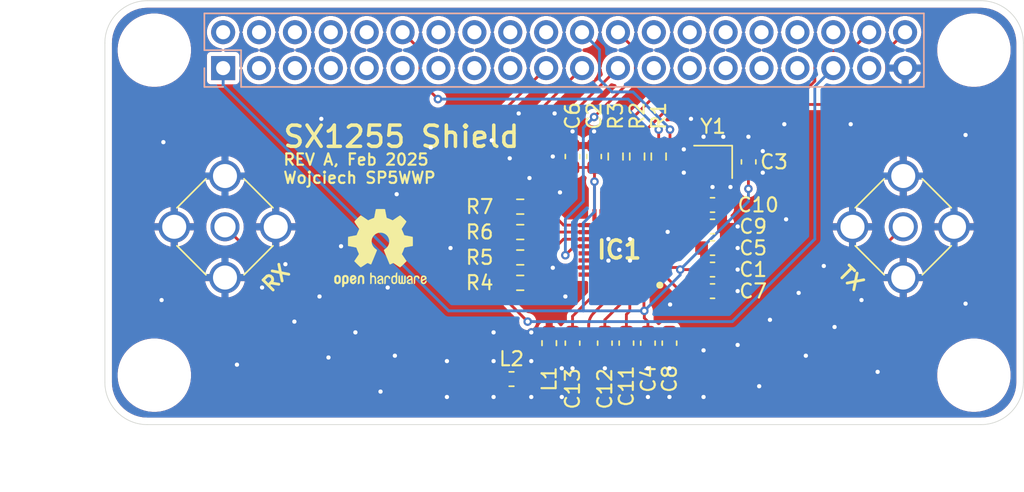
<source format=kicad_pcb>
(kicad_pcb (version 20240108) (generator "pcbnew") (generator_version "8.0")
  (layers (0 "F.Cu" signal) (31 "B.Cu" signal) (34 "B.Paste" user) (35 "F.Paste" user) (36 "B.SilkS" user "B.Silkscreen") (37 "F.SilkS" user "F.Silkscreen") (38 "B.Mask" user) (39 "F.Mask" user) (44 "Edge.Cuts" user))
  (net 0 "")
  (net 1 "+3V3")
  (net 2 "GND")
  (net 3 "Net-(IC1-VR_PA)")
  (net 4 "Net-(IC1-VR_ANAI)")
  (net 5 "Net-(IC1-VR_DIG)")
  (net 6 "Net-(IC1-RFO_P)")
  (net 7 "Net-(J1-In)")
  (net 8 "Net-(IC1-RFO_N)")
  (net 9 "Net-(IC1-VR_ANA2)")
  (net 11 "Net-(IC1-I_IN)")
  (net 12 "/TCXO_CLK")
  (net 13 "Net-(IC1-MISO)")
  (net 14 "Net-(IC1-SCK)")
  (net 19 "Net-(IC1-MOSI)")
  (net 20 "/~{CS}")
  (net 21 "Net-(IC1-CK_OUT)")
  (net 22 "/DIO2")
  (net 24 "Net-(IC1-RFI)")
  (net 25 "/RST")
  (net 27 "Net-(IC1-I_OUT)")
  (net 28 "Net-(J2-In)")
  (net 40 "/I_OUT")
  (net 41 "/I_IN")
  (net 50 "/OUT")
  (net 51 "/SCK")
  (net 55 "/MISO")
  (net 63 "/MOSI")
  (net 64 "Net-(IC1-DIO2)")
  (footprint "Capacitor_SMD:C_0603_1608Metric" (layer "F.Cu") (at 143.002 85.979)
    (property "Reference" "C9" (at 2.873682 0 360) (layer "F.SilkS"))
    (property "Value" "100n")
    (pad "1" smd roundrect (at -0.775 0) (size 0.9 0.95) (layers "F.Cu" "F.Paste" "F.Mask") (net 4 "Net-(IC1-VR_ANAI)"))
    (pad "2" smd roundrect (at 0.775 0) (size 0.9 0.95) (layers "F.Cu" "F.Paste" "F.Mask") (net 2 "GND"))
  )
  (footprint "Capacitor_SMD:C_0603_1608Metric" (layer "F.Cu") (at 143.002 89.027)
    (property "Reference" "C1" (at 2.873682 0 360) (layer "F.SilkS"))
    (property "Value" "10n")
    (pad "1" smd roundrect (at -0.775 0) (size 0.9 0.95) (layers "F.Cu" "F.Paste" "F.Mask") (net 1 "+3V3"))
    (pad "2" smd roundrect (at 0.775 0) (size 0.9 0.95) (layers "F.Cu" "F.Paste" "F.Mask") (net 2 "GND"))
  )
  (footprint "Resistor_SMD:R_0603_1608Metric" (layer "F.Cu") (at 139.192 81.026 90)
    (property "Reference" "R1" (at 2.873682 0 90) (layer "F.SilkS"))
    (property "Value" "100R")
    (pad "1" smd roundrect (at -0.825 0 90) (size 0.8 0.95) (layers "F.Cu" "F.Paste" "F.Mask") (net 21 "Net-(IC1-CK_OUT)"))
    (pad "2" smd roundrect (at 0.825 0 90) (size 0.8 0.95) (layers "F.Cu" "F.Paste" "F.Mask") (net 50 "/OUT"))
  )
  (footprint "Resistor_SMD:R_0603_1608Metric" (layer "F.Cu") (at 136.144 81.026 90)
    (property "Reference" "R3" (at 2.873682 0 90) (layer "F.SilkS"))
    (property "Value" "100R")
    (pad "1" smd roundrect (at -0.825 0 90) (size 0.8 0.95) (layers "F.Cu" "F.Paste" "F.Mask") (net 27 "Net-(IC1-I_OUT)"))
    (pad "2" smd roundrect (at 0.825 0 90) (size 0.8 0.95) (layers "F.Cu" "F.Paste" "F.Mask") (net 40 "/I_OUT"))
  )
  (footprint "Resistor_SMD:R_0603_1608Metric" (layer "F.Cu") (at 137.668 81.026 90)
    (property "Reference" "R2" (at 2.873682 0 90) (layer "F.SilkS"))
    (property "Value" "100R")
    (pad "1" smd roundrect (at -0.825 0 90) (size 0.8 0.95) (layers "F.Cu" "F.Paste" "F.Mask") (net 11 "Net-(IC1-I_IN)"))
    (pad "2" smd roundrect (at 0.825 0 90) (size 0.8 0.95) (layers "F.Cu" "F.Paste" "F.Mask") (net 41 "/I_IN"))
  )
  (footprint "Capacitor_SMD:C_0603_1608Metric" (layer "F.Cu") (at 135.382 94.234 -90)
    (property "Reference" "C12" (at 3.232892 0 90) (layer "F.SilkS"))
    (property "Value" "27p")
    (pad "1" smd roundrect (at -0.775 0 270) (size 0.9 0.95) (layers "F.Cu" "F.Paste" "F.Mask") (net 8 "Net-(IC1-RFO_N)"))
    (pad "2" smd roundrect (at 0.775 0 270) (size 0.9 0.95) (layers "F.Cu" "F.Paste" "F.Mask") (net 2 "GND"))
  )
  (footprint "MountingHole:MountingHole_2.7mm_M2.5_DIN965" (layer "F.Cu") (at 161.5 96.5)
    (property "Reference" "H2" (hide yes))
    (property "Value" "MountingHole" (hide yes))
    (pad "" np_thru_hole circle (at 0 0) (size 2.7 2.7) (drill 2.7) (layers "*.Cu" "*.Mask"))
  )
  (footprint "Connector_Coaxial:SMA_Amphenol_901-144_Vertical" (layer "F.Cu") (at 156.5 86 45)
    (property "Reference" "J1" (hide yes))
    (property "Value" "TX_SMA")
    (pad "1" thru_hole circle (at 0 0 45) (size 2.05 2.05) (drill 1.5) (layers "*.Cu" "*.Mask") (net 7 "Net-(J1-In)"))
    (pad "2" thru_hole circle (at -2.54 -2.54 45) (size 2.25 2.25) (drill 1.7) (layers "*.Cu" "*.Mask") (net 2 "GND"))
    (pad "2" thru_hole circle (at -2.54 2.54 45) (size 2.25 2.25) (drill 1.7) (layers "*.Cu" "*.Mask") (net 2 "GND"))
    (pad "2" thru_hole circle (at 2.54 -2.54 45) (size 2.25 2.25) (drill 1.7) (layers "*.Cu" "*.Mask") (net 2 "GND"))
    (pad "2" thru_hole circle (at 2.54 2.54 45) (size 2.25 2.25) (drill 1.7) (layers "*.Cu" "*.Mask") (net 2 "GND"))
  )
  (footprint "Resistor_SMD:R_0603_1608Metric" (layer "F.Cu") (at 129.3934 86.372764)
    (property "Reference" "R6" (at -2.873682 0 360) (layer "F.SilkS"))
    (property "Value" "100R")
    (pad "1" smd roundrect (at -0.825 0) (size 0.8 0.95) (layers "F.Cu" "F.Paste" "F.Mask") (net 55 "/MISO"))
    (pad "2" smd roundrect (at 0.825 0) (size 0.8 0.95) (layers "F.Cu" "F.Paste" "F.Mask") (net 13 "Net-(IC1-MISO)"))
  )
  (footprint "Capacitor_SMD:C_0603_1608Metric" (layer "F.Cu") (at 133.096 94.234 -90)
    (property "Reference" "C13" (at 3.232892 0 90) (layer "F.SilkS"))
    (property "Value" "100n")
    (pad "1" smd roundrect (at -0.775 0 270) (size 0.9 0.95) (layers "F.Cu" "F.Paste" "F.Mask") (net 9 "Net-(IC1-VR_ANA2)"))
    (pad "2" smd roundrect (at 0.775 0 270) (size 0.9 0.95) (layers "F.Cu" "F.Paste" "F.Mask") (net 2 "GND"))
  )
  (footprint "Capacitor_SMD:C_0603_1608Metric" (layer "F.Cu") (at 138.43 94.234 -90)
    (property "Reference" "C4" (at 2.527 -0.03 90) (layer "F.SilkS"))
    (property "Value" "10n")
    (pad "1" smd roundrect (at -0.775 0 270) (size 0.9 0.95) (layers "F.Cu" "F.Paste" "F.Mask") (net 1 "+3V3"))
    (pad "2" smd roundrect (at 0.775 0 270) (size 0.9 0.95) (layers "F.Cu" "F.Paste" "F.Mask") (net 2 "GND"))
  )
  (footprint "Inductor_SMD:L_0603_1608Metric" (layer "F.Cu") (at 131.445 94.234 -90)
    (property "Reference" "L1" (at 2.54 0 90) (layer "F.SilkS"))
    (property "Value" "82n")
    (pad "1" smd roundrect (at -0.7875 0 270) (size 0.875 0.95) (layers "F.Cu" "F.Paste" "F.Mask") (net 2 "GND"))
    (pad "2" smd roundrect (at 0.7875 0 270) (size 0.875 0.95) (layers "F.Cu" "F.Paste" "F.Mask") (net 24 "Net-(IC1-RFI)"))
  )
  (footprint "MountingHole:MountingHole_2.7mm_M2.5_DIN965" (layer "F.Cu") (at 161.5 73.5)
    (property "Reference" "H3" (hide yes))
    (property "Value" "MountingHole" (hide yes))
    (pad "" np_thru_hole circle (at 0 0) (size 2.7 2.7) (drill 2.7) (layers "*.Cu" "*.Mask"))
  )
  (footprint "Crystal:Crystal_SMD_2016-4Pin_2.0x1.6mm" (layer "F.Cu") (at 143.04339 81.407 180)
    (property "Reference" "Y1" (at 0 2.514472 180) (layer "F.SilkS"))
    (property "Value" "32MHz")
    (pad "1" smd rect (at -0.7 0.55 180) (size 0.9 0.8) (layers "F.Cu" "F.Paste" "F.Mask") (net 2 "GND"))
    (pad "2" smd rect (at 0.7 0.55 180) (size 0.9 0.8) (layers "F.Cu" "F.Paste" "F.Mask") (net 2 "GND"))
    (pad "3" smd rect (at 0.7 -0.55 180) (size 0.9 0.8) (layers "F.Cu" "F.Paste" "F.Mask") (net 12 "/TCXO_CLK"))
    (pad "4" smd rect (at -0.7 -0.55 180) (size 0.9 0.8) (layers "F.Cu" "F.Paste" "F.Mask") (net 1 "+3V3"))
  )
  (footprint "Capacitor_SMD:C_0603_1608Metric" (layer "F.Cu") (at 143.002 90.551)
    (property "Reference" "C7" (at 2.873682 0 360) (layer "F.SilkS"))
    (property "Value" "100n")
    (pad "1" smd roundrect (at -0.775 0) (size 0.9 0.95) (layers "F.Cu" "F.Paste" "F.Mask") (net 3 "Net-(IC1-VR_PA)"))
    (pad "2" smd roundrect (at 0.775 0) (size 0.9 0.95) (layers "F.Cu" "F.Paste" "F.Mask") (net 2 "GND"))
  )
  (footprint "Capacitor_SMD:C_0603_1608Metric" (layer "F.Cu") (at 136.906 94.234 -90)
    (property "Reference" "C11" (at 3.048 0 90) (layer "F.SilkS"))
    (property "Value" "33p")
    (pad "1" smd roundrect (at -0.775 0 270) (size 0.9 0.95) (layers "F.Cu" "F.Paste" "F.Mask") (net 6 "Net-(IC1-RFO_P)"))
    (pad "2" smd roundrect (at 0.775 0 270) (size 0.9 0.95) (layers "F.Cu" "F.Paste" "F.Mask") (net 7 "Net-(J1-In)"))
  )
  (footprint "Resistor_SMD:R_0603_1608Metric" (layer "F.Cu") (at 129.3934 89.964867)
    (property "Reference" "R4" (at -2.873682 0 360) (layer "F.SilkS"))
    (property "Value" "100R")
    (pad "1" smd roundrect (at -0.825 0) (size 0.8 0.95) (layers "F.Cu" "F.Paste" "F.Mask") (net 22 "/DIO2"))
    (pad "2" smd roundrect (at 0.825 0) (size 0.8 0.95) (layers "F.Cu" "F.Paste" "F.Mask") (net 64 "Net-(IC1-DIO2)"))
  )
  (footprint "parts:QFN50P500X500X80-33N-D" (layer "F.Cu") (at 136.398 87.63 180)
    (property "Reference" "IC1" (at 0 0 180) (layer "F.SilkS") (effects (font (size 1.27 1.27) (thickness 0.254))))
    (property "Value" "SX1255" (hide yes))
    (pad "1" smd rect (at -2.45 -1.75 270) (size 0.3 0.85) (layers "F.Cu" "F.Paste" "F.Mask") (net 3 "Net-(IC1-VR_PA)"))
    (pad "2" smd rect (at -2.45 -1.25 270) (size 0.3 0.85) (layers "F.Cu" "F.Paste" "F.Mask") (net 1 "+3V3"))
    (pad "3" smd rect (at -2.45 -0.75 270) (size 0.3 0.85) (layers "F.Cu" "F.Paste" "F.Mask") (net 4 "Net-(IC1-VR_ANAI)"))
    (pad "4" smd rect (at -2.45 -0.25 270) (size 0.3 0.85) (layers "F.Cu" "F.Paste" "F.Mask") (net 2 "GND"))
    (pad "5" smd rect (at -2.45 0.25 270) (size 0.3 0.85) (layers "F.Cu" "F.Paste" "F.Mask") (net 5 "Net-(IC1-VR_DIG)"))
    (pad "6" smd rect (at -2.45 0.75 270) (size 0.3 0.85) (layers "F.Cu" "F.Paste" "F.Mask"))
    (pad "7" smd rect (at -2.45 1.25 270) (size 0.3 0.85) (layers "F.Cu" "F.Paste" "F.Mask") (net 2 "GND"))
    (pad "8" smd rect (at -2.45 1.75 270) (size 0.3 0.85) (layers "F.Cu" "F.Paste" "F.Mask") (net 12 "/TCXO_CLK"))
    (pad "9" smd rect (at -1.75 2.45 180) (size 0.3 0.85) (layers "F.Cu" "F.Paste" "F.Mask") (net 25 "/RST"))
    (pad "10" smd rect (at -1.25 2.45 180) (size 0.3 0.85) (layers "F.Cu" "F.Paste" "F.Mask") (net 21 "Net-(IC1-CK_OUT)"))
    (pad "11" smd rect (at -0.75 2.45 180) (size 0.3 0.85) (layers "F.Cu" "F.Paste" "F.Mask"))
    (pad "12" smd rect (at -0.25 2.45 180) (size 0.3 0.85) (layers "F.Cu" "F.Paste" "F.Mask"))
    (pad "13" smd rect (at 0.25 2.45 180) (size 0.3 0.85) (layers "F.Cu" "F.Paste" "F.Mask") (net 11 "Net-(IC1-I_IN)"))
    (pad "14" smd rect (at 0.75 2.45 180) (size 0.3 0.85) (layers "F.Cu" "F.Paste" "F.Mask"))
    (pad "15" smd rect (at 1.25 2.45 180) (size 0.3 0.85) (layers "F.Cu" "F.Paste" "F.Mask") (net 27 "Net-(IC1-I_OUT)"))
    (pad "16" smd rect (at 1.75 2.45 180) (size 0.3 0.85) (layers "F.Cu" "F.Paste" "F.Mask") (net 1 "+3V3"))
    (pad "17" smd rect (at 2.45 1.75 270) (size 0.3 0.85) (layers "F.Cu" "F.Paste" "F.Mask") (net 14 "Net-(IC1-SCK)"))
    (pad "18" smd rect (at 2.45 1.25 270) (size 0.3 0.85) (layers "F.Cu" "F.Paste" "F.Mask") (net 13 "Net-(IC1-MISO)"))
    (pad "19" smd rect (at 2.45 0.75 270) (size 0.3 0.85) (layers "F.Cu" "F.Paste" "F.Mask") (net 19 "Net-(IC1-MOSI)"))
    (pad "20" smd rect (at 2.45 0.25 270) (size 0.3 0.85) (layers "F.Cu" "F.Paste" "F.Mask") (net 20 "/~{CS}"))
    (pad "21" smd rect (at 2.45 -0.25 270) (size 0.3 0.85) (layers "F.Cu" "F.Paste" "F.Mask"))
    (pad "22" smd rect (at 2.45 -0.75 270) (size 0.3 0.85) (layers "F.Cu" "F.Paste" "F.Mask"))
    (pad "23" smd rect (at 2.45 -1.25 270) (size 0.3 0.85) (layers "F.Cu" "F.Paste" "F.Mask") (net 64 "Net-(IC1-DIO2)"))
    (pad "24" smd rect (at 2.45 -1.75 270) (size 0.3 0.85) (layers "F.Cu" "F.Paste" "F.Mask"))
    (pad "25" smd rect (at 1.75 -2.45 180) (size 0.3 0.85) (layers "F.Cu" "F.Paste" "F.Mask") (net 9 "Net-(IC1-VR_ANA2)"))
    (pad "26" smd rect (at 1.25 -2.45 180) (size 0.3 0.85) (layers "F.Cu" "F.Paste" "F.Mask") (net 2 "GND"))
    (pad "27" smd rect (at 0.75 -2.45 180) (size 0.3 0.85) (layers "F.Cu" "F.Paste" "F.Mask") (net 24 "Net-(IC1-RFI)"))
    (pad "28" smd rect (at 0.25 -2.45 180) (size 0.3 0.85) (layers "F.Cu" "F.Paste" "F.Mask") (net 2 "GND"))
    (pad "29" smd rect (at -0.25 -2.45 180) (size 0.3 0.85) (layers "F.Cu" "F.Paste" "F.Mask") (net 8 "Net-(IC1-RFO_N)"))
    (pad "30" smd rect (at -0.75 -2.45 180) (size 0.3 0.85) (layers "F.Cu" "F.Paste" "F.Mask") (net 6 "Net-(IC1-RFO_P)"))
    (pad "31" smd rect (at -1.25 -2.45 180) (size 0.3 0.85) (layers "F.Cu" "F.Paste" "F.Mask") (net 2 "GND"))
    (pad "32" smd rect (at -1.75 -2.45 180) (size 0.3 0.85) (layers "F.Cu" "F.Paste" "F.Mask") (net 1 "+3V3"))
    (pad "33" smd rect (at 0 0 180) (size 3.2 3.2) (layers "F.Cu" "F.Paste" "F.Mask") (net 2 "GND"))
  )
  (footprint "MountingHole:MountingHole_2.7mm_M2.5_DIN965" (layer "F.Cu") (at 103.5 73.5)
    (property "Reference" "H4" (hide yes))
    (property "Value" "MountingHole" (hide yes))
    (pad "" np_thru_hole circle (at 0 0) (size 2.7 2.7) (drill 2.7) (layers "*.Cu" "*.Mask"))
  )
  (footprint "Symbol:OSHW-Logo2_7.3x6mm_SilkScreen" (layer "F.Cu") (at 119.5 87.5)
    (property "Reference" "SYM1" (hide yes))
    (property "Value" "Logo_Open_Hardware_Small" (hide yes))
  )
  (footprint "Capacitor_SMD:C_0603_1608Metric" (layer "F.Cu") (at 139.954 94.234 -90)
    (property "Reference" "C8" (at 2.527 0 90) (layer "F.SilkS"))
    (property "Value" "100n")
    (pad "1" smd roundrect (at -0.775 0 270) (size 0.9 0.95) (layers "F.Cu" "F.Paste" "F.Mask") (net 1 "+3V3"))
    (pad "2" smd roundrect (at 0.775 0 270) (size 0.9 0.95) (layers "F.Cu" "F.Paste" "F.Mask") (net 2 "GND"))
  )
  (footprint "Capacitor_SMD:C_0603_1608Metric" (layer "F.Cu") (at 145.557861 81.407 90)
    (property "Reference" "C3" (at 0 1.796051 180) (layer "F.SilkS"))
    (property "Value" "10n")
    (pad "1" smd roundrect (at -0.775 0 90) (size 0.9 0.95) (layers "F.Cu" "F.Paste" "F.Mask") (net 1 "+3V3"))
    (pad "2" smd roundrect (at 0.775 0 90) (size 0.9 0.95) (layers "F.Cu" "F.Paste" "F.Mask") (net 2 "GND"))
  )
  (footprint "Inductor_SMD:L_0603_1608Metric" (layer "F.Cu") (at 128.778 96.774)
    (property "Reference" "L2" (at 0 -1.43 0) (layer "F.SilkS"))
    (property "Value" "39n")
    (pad "1" smd roundrect (at -0.787501 0) (size 0.875 0.95) (layers "F.Cu" "F.Paste" "F.Mask") (net 28 "Net-(J2-In)"))
    (pad "2" smd roundrect (at 0.787501 0) (size 0.875 0.95) (layers "F.Cu" "F.Paste" "F.Mask") (net 24 "Net-(IC1-RFI)"))
  )
  (footprint "Capacitor_SMD:C_0603_1608Metric" (layer "F.Cu") (at 134.62 81.026 90)
    (property "Reference" "C2" (at 2.873682 0 90) (layer "F.SilkS"))
    (property "Value" "10n")
    (pad "1" smd roundrect (at -0.775 0 90) (size 0.9 0.95) (layers "F.Cu" "F.Paste" "F.Mask") (net 1 "+3V3"))
    (pad "2" smd roundrect (at 0.775 0 90) (size 0.9 0.95) (layers "F.Cu" "F.Paste" "F.Mask") (net 2 "GND"))
  )
  (footprint "Capacitor_SMD:C_0603_1608Metric" (layer "F.Cu") (at 133.096 81.026 90)
    (property "Reference" "C6" (at 2.873682 0 90) (layer "F.SilkS"))
    (property "Value" "100n")
    (pad "1" smd roundrect (at -0.775 0 90) (size 0.9 0.95) (layers "F.Cu" "F.Paste" "F.Mask") (net 1 "+3V3"))
    (pad "2" smd roundrect (at 0.775 0 90) (size 0.9 0.95) (layers "F.Cu" "F.Paste" "F.Mask") (net 2 "GND"))
  )
  (footprint "MountingHole:MountingHole_2.7mm_M2.5_DIN965" (layer "F.Cu") (at 103.5 96.5)
    (property "Reference" "H1" (hide yes))
    (property "Value" "MountingHole" (hide yes))
    (pad "" np_thru_hole circle (at 0 0) (size 2.7 2.7) (drill 2.7) (layers "*.Cu" "*.Mask"))
  )
  (footprint "Capacitor_SMD:C_0603_1608Metric" (layer "F.Cu") (at 143.002 87.503)
    (property "Reference" "C5" (at 2.873682 0 360) (layer "F.SilkS"))
    (property "Value" "100n")
    (pad "1" smd roundrect (at -0.775 0) (size 0.9 0.95) (layers "F.Cu" "F.Paste" "F.Mask") (net 1 "+3V3"))
    (pad "2" smd roundrect (at 0.775 0) (size 0.9 0.95) (layers "F.Cu" "F.Paste" "F.Mask") (net 2 "GND"))
  )
  (footprint "Resistor_SMD:R_0603_1608Metric" (layer "F.Cu") (at 129.3934 84.576713)
    (property "Reference" "R7" (at -2.873682 0 360) (layer "F.SilkS"))
    (property "Value" "100R")
    (pad "1" smd roundrect (at -0.825 0) (size 0.8 0.95) (layers "F.Cu" "F.Paste" "F.Mask") (net 51 "/SCK"))
    (pad "2" smd roundrect (at 0.825 0) (size 0.8 0.95) (layers "F.Cu" "F.Paste" "F.Mask") (net 14 "Net-(IC1-SCK)"))
  )
  (footprint "Resistor_SMD:R_0603_1608Metric" (layer "F.Cu") (at 129.3934 88.168816)
    (property "Reference" "R5" (at -2.873682 0 360) (layer "F.SilkS"))
    (property "Value" "100R")
    (pad "1" smd roundrect (at -0.825 0) (size 0.8 0.95) (layers "F.Cu" "F.Paste" "F.Mask") (net 63 "/MOSI"))
    (pad "2" smd roundrect (at 0.825 0) (size 0.8 0.95) (layers "F.Cu" "F.Paste" "F.Mask") (net 19 "Net-(IC1-MOSI)"))
  )
  (footprint "Capacitor_SMD:C_0603_1608Metric" (layer "F.Cu") (at 143.002 84.455)
    (property "Reference" "C10" (at 3.232892 0 360) (layer "F.SilkS"))
    (property "Value" "100n")
    (pad "1" smd roundrect (at -0.775 0) (size 0.9 0.95) (layers "F.Cu" "F.Paste" "F.Mask") (net 5 "Net-(IC1-VR_DIG)"))
    (pad "2" smd roundrect (at 0.775 0) (size 0.9 0.95) (layers "F.Cu" "F.Paste" "F.Mask") (net 2 "GND"))
  )
  (footprint "Connector_Coaxial:SMA_Amphenol_901-144_Vertical" (layer "F.Cu") (at 108.5 86 45)
    (property "Reference" "J2" (hide yes))
    (property "Value" "RX_SMA")
    (pad "1" thru_hole circle (at 0 0 45) (size 2.05 2.05) (drill 1.5) (layers "*.Cu" "*.Mask") (net 28 "Net-(J2-In)"))
    (pad "2" thru_hole circle (at -2.54 -2.54 45) (size 2.25 2.25) (drill 1.7) (layers "*.Cu" "*.Mask") (net 2 "GND"))
    (pad "2" thru_hole circle (at -2.54 2.54 45) (size 2.25 2.25) (drill 1.7) (layers "*.Cu" "*.Mask") (net 2 "GND"))
    (pad "2" thru_hole circle (at 2.54 -2.54 45) (size 2.25 2.25) (drill 1.7) (layers "*.Cu" "*.Mask") (net 2 "GND"))
    (pad "2" thru_hole circle (at 2.54 2.54 45) (size 2.25 2.25) (drill 1.7) (layers "*.Cu" "*.Mask") (net 2 "GND"))
  )
  (footprint "Connector_PinSocket_2.54mm:PinSocket_2x20_P2.54mm_Vertical" (layer "B.Cu") (at 108.37 74.77 -90)
    (property "Reference" "J3" (hide yes))
    (property "Value" "RPi Zero")
    (pad "1" thru_hole rect (at 0 0 270) (size 1.7 1.7) (drill 1) (layers "*.Cu" "*.Mask") (net 1 "+3V3"))
    (pad "2" thru_hole oval (at -2.54 0 270) (size 1.7 1.7) (drill 1) (layers "*.Cu" "*.Mask"))
    (pad "3" thru_hole oval (at 0 -2.54 270) (size 1.7 1.7) (drill 1) (layers "*.Cu" "*.Mask"))
    (pad "4" thru_hole oval (at -2.54 -2.54 270) (size 1.7 1.7) (drill 1) (layers "*.Cu" "*.Mask"))
    (pad "5" thru_hole oval (at 0 -5.08 270) (size 1.7 1.7) (drill 1) (layers "*.Cu" "*.Mask"))
    (pad "6" thru_hole oval (at -2.54 -5.08 270) (size 1.7 1.7) (drill 1) (layers "*.Cu" "*.Mask"))
    (pad "7" thru_hole oval (at 0 -7.62 270) (size 1.7 1.7) (drill 1) (layers "*.Cu" "*.Mask"))
    (pad "8" thru_hole oval (at -2.54 -7.62 270) (size 1.7 1.7) (drill 1) (layers "*.Cu" "*.Mask"))
    (pad "9" thru_hole oval (at 0 -10.16 270) (size 1.7 1.7) (drill 1) (layers "*.Cu" "*.Mask"))
    (pad "10" thru_hole oval (at -2.54 -10.16 270) (size 1.7 1.7) (drill 1) (layers "*.Cu" "*.Mask"))
    (pad "11" thru_hole oval (at 0 -12.7 270) (size 1.7 1.7) (drill 1) (layers "*.Cu" "*.Mask"))
    (pad "12" thru_hole oval (at -2.54 -12.7 270) (size 1.7 1.7) (drill 1) (layers "*.Cu" "*.Mask") (net 50 "/OUT"))
    (pad "13" thru_hole oval (at 0 -15.24 270) (size 1.7 1.7) (drill 1) (layers "*.Cu" "*.Mask"))
    (pad "14" thru_hole oval (at -2.54 -15.24 270) (size 1.7 1.7) (drill 1) (layers "*.Cu" "*.Mask"))
    (pad "15" thru_hole oval (at 0 -17.78 270) (size 1.7 1.7) (drill 1) (layers "*.Cu" "*.Mask"))
    (pad "16" thru_hole oval (at -2.54 -17.78 270) (size 1.7 1.7) (drill 1) (layers "*.Cu" "*.Mask"))
    (pad "17" thru_hole oval (at 0 -20.32 270) (size 1.7 1.7) (drill 1) (layers "*.Cu" "*.Mask"))
    (pad "18" thru_hole oval (at -2.54 -20.32 270) (size 1.7 1.7) (drill 1) (layers "*.Cu" "*.Mask"))
    (pad "19" thru_hole oval (at 0 -22.86 270) (size 1.7 1.7) (drill 1) (layers "*.Cu" "*.Mask") (net 63 "/MOSI"))
    (pad "20" thru_hole oval (at -2.54 -22.86 270) (size 1.7 1.7) (drill 1) (layers "*.Cu" "*.Mask"))
    (pad "21" thru_hole oval (at 0 -25.4 270) (size 1.7 1.7) (drill 1) (layers "*.Cu" "*.Mask") (net 55 "/MISO"))
    (pad "22" thru_hole oval (at -2.54 -25.4 270) (size 1.7 1.7) (drill 1) (layers "*.Cu" "*.Mask") (net 25 "/RST"))
    (pad "23" thru_hole oval (at 0 -27.94 270) (size 1.7 1.7) (drill 1) (layers "*.Cu" "*.Mask") (net 51 "/SCK"))
    (pad "24" thru_hole oval (at -2.54 -27.94 270) (size 1.7 1.7) (drill 1) (layers "*.Cu" "*.Mask") (net 20 "/~{CS}"))
    (pad "25" thru_hole oval (at 0 -30.48 270) (size 1.7 1.7) (drill 1) (layers "*.Cu" "*.Mask"))
    (pad "26" thru_hole oval (at -2.54 -30.48 270) (size 1.7 1.7) (drill 1) (layers "*.Cu" "*.Mask"))
    (pad "27" thru_hole oval (at 0 -33.02 270) (size 1.7 1.7) (drill 1) (layers "*.Cu" "*.Mask"))
    (pad "28" thru_hole oval (at -2.54 -33.02 270) (size 1.7 1.7) (drill 1) (layers "*.Cu" "*.Mask"))
    (pad "29" thru_hole oval (at 0 -35.56 270) (size 1.7 1.7) (drill 1) (layers "*.Cu" "*.Mask"))
    (pad "30" thru_hole oval (at -2.54 -35.56 270) (size 1.7 1.7) (drill 1) (layers "*.Cu" "*.Mask"))
    (pad "31" thru_hole oval (at 0 -38.1 270) (size 1.7 1.7) (drill 1) (layers "*.Cu" "*.Mask"))
    (pad "32" thru_hole oval (at -2.54 -38.1 270) (size 1.7 1.7) (drill 1) (layers "*.Cu" "*.Mask"))
    (pad "33" thru_hole oval (at 0 -40.64 270) (size 1.7 1.7) (drill 1) (layers "*.Cu" "*.Mask"))
    (pad "34" thru_hole oval (at -2.54 -40.64 270) (size 1.7 1.7) (drill 1) (layers "*.Cu" "*.Mask"))
    (pad "35" thru_hole oval (at 0 -43.18 270) (size 1.7 1.7) (drill 1) (layers "*.Cu" "*.Mask") (net 22 "/DIO2"))
    (pad "36" thru_hole oval (at -2.54 -43.18 270) (size 1.7 1.7) (drill 1) (layers "*.Cu" "*.Mask"))
    (pad "37" thru_hole oval (at 0 -45.72 270) (size 1.7 1.7) (drill 1) (layers "*.Cu" "*.Mask"))
    (pad "38" thru_hole oval (at -2.54 -45.72 270) (size 1.7 1.7) (drill 1) (layers "*.Cu" "*.Mask") (net 40 "/I_OUT"))
    (pad "39" thru_hole oval (at 0 -48.26 270) (size 1.7 1.7) (drill 1) (layers "*.Cu" "*.Mask") (net 2 "GND"))
    (pad "40" thru_hole oval (at -2.54 -48.26 270) (size 1.7 1.7) (drill 1) (layers "*.Cu" "*.Mask") (net 41 "/I_IN"))
  )
  (gr_arc (start 162 70) (mid 164.12132 70.87868) (end 165 73) (stroke (width 0.05)) (layer "Edge.Cuts"))
  (gr_arc (start 165 97) (mid 164.12132 99.12132) (end 162 100) (stroke (width 0.05)) (layer "Edge.Cuts"))
  (gr_line (start 103 100) (end 162 100) (stroke (width 0.05)) (layer "Edge.Cuts"))
  (gr_arc (start 100 73) (mid 100.87868 70.87868) (end 103 70) (stroke (width 0.05)) (layer "Edge.Cuts"))
  (gr_arc (start 103 100) (mid 100.87868 99.12132) (end 100 97) (stroke (width 0.05)) (layer "Edge.Cuts"))
  (gr_line (start 165 97) (end 165 73) (stroke (width 0.05)) (layer "Edge.Cuts"))
  (gr_line (start 162 70) (end 103 70) (stroke (width 0.05)) (layer "Edge.Cuts"))
  (gr_line (start 100 73) (end 100 97) (stroke (width 0.05)) (layer "Edge.Cuts"))
  (gr_text "SX1255 Shield" (at 112.5 80.5 0) (layer "F.SilkS") (effects (font (size 1.5 1.5) (thickness 0.25) (bold yes)) (justify left bottom)))
  (gr_text "REV A, Feb 2025\nWojciech SP5WWP" (at 112.55 83 0) (layer "F.SilkS") (effects (font (size 0.8 0.8)) (justify left bottom)))
  (gr_text "TX" (at 152.4 90.043 315) (layer "F.SilkS") (effects (font (size 1 1) (thickness 0.2) (bold yes)) (justify bottom)))
  (gr_text "RX" (at 112.522 90.043 45) (layer "F.SilkS") (effects (font (size 1 1) (thickness 0.2) (bold yes)) (justify bottom)))
  (segment (start 134.648001 85.18) (end 134.648001 82.804) (width 0.2) (layer "F.Cu") (net 1))
  (segment (start 144.793 82.182) (end 145.557861 82.182) (width 0.2) (layer "F.Cu") (net 1))
  (segment (start 145.557861 83.296139) (end 145.542 83.312) (width 0.2) (layer "F.Cu") (net 1))
  (segment (start 139.954 93.459) (end 138.43 93.459) (width 0.2) (layer "F.Cu") (net 1))
  (segment (start 143.74339 81.957) (end 144.568 81.957) (width 0.2) (layer "F.Cu") (net 1))
  (segment (start 145.542 82.197861) (end 145.557861 82.182) (width 0.2) (layer "F.Cu") (net 1))
  (segment (start 134.62 81.801) (end 133.096 81.801) (width 0.2) (layer "F.Cu") (net 1))
  (segment (start 138.43 92.71) (end 138.43 93.459) (width 0.2) (layer "F.Cu") (net 1))
  (segment (start 140.716 89.027) (end 142.227 89.027) (width 0.2) (layer "F.Cu") (net 1))
  (segment (start 138.147999 90.08) (end 138.147999 91.919999) (width 0.2) (layer "F.Cu") (net 1))
  (segment (start 142.227 89.027) (end 142.227 87.503) (width 0.2) (layer "F.Cu") (net 1))
  (segment (start 138.176 91.948) (end 138.176 92.456) (width 0.2) (layer "F.Cu") (net 1))
  (segment (start 134.648001 81.829001) (end 134.62 81.801) (width 0.2) (layer "F.Cu") (net 1))
  (segment (start 138.848 88.88) (end 140.569 88.88) (width 0.2) (layer "F.Cu") (net 1))
  (segment (start 145.542 83.312) (end 145.542 82.197861) (width 0.2) (layer "F.Cu") (net 1))
  (segment (start 134.648001 82.804) (end 134.648001 81.829001) (width 0.2) (layer "F.Cu") (net 1))
  (segment (start 140.569 88.88) (end 140.716 89.027) (width 0.2) (layer "F.Cu") (net 1))
  (segment (start 138.147999 91.919999) (end 138.176 91.948) (width 0.2) (layer "F.Cu") (net 1))
  (segment (start 138.176 92.456) (end 138.43 92.71) (width 0.2) (layer "F.Cu") (net 1))
  (segment (start 144.568 81.957) (end 144.793 82.182) (width 0.2) (layer "F.Cu") (net 1))
  (via (at 145.542 83.312) (size 0.6) (drill 0.3) (layers "F.Cu" "B.Cu") (net 1))
  (via (at 138.176 91.948) (size 0.6) (drill 0.3) (layers "F.Cu" "B.Cu") (net 1))
  (via (at 140.716 89.027) (size 0.6) (drill 0.3) (layers "F.Cu" "B.Cu") (net 1))
  (via (at 134.648001 82.804) (size 0.6) (drill 0.3) (layers "F.Cu" "B.Cu") (net 1))
  (segment (start 108.37 74.77) (end 108.37 75.985) (width 0.2) (layer "B.Cu") (net 1))
  (segment (start 145.542 84.201) (end 145.542 83.312) (width 0.2) (layer "B.Cu") (net 1))
  (segment (start 108.37 75.985) (end 124.333 91.948) (width 0.2) (layer "B.Cu") (net 1))
  (segment (start 134.648001 84.934999) (end 133.858 85.725) (width 0.2) (layer "B.Cu") (net 1))
  (segment (start 140.716 89.027) (end 145.542 84.201) (width 0.2) (layer "B.Cu") (net 1))
  (segment (start 138.176 91.948) (end 140.716 89.408) (width 0.2) (layer "B.Cu") (net 1))
  (segment (start 134.648001 82.804) (end 134.648001 84.934999) (width 0.2) (layer "B.Cu") (net 1))
  (segment (start 133.858 85.725) (end 133.858 91.948) (width 0.2) (layer "B.Cu") (net 1))
  (segment (start 140.716 89.408) (end 140.716 89.027) (width 0.2) (layer "B.Cu") (net 1))
  (segment (start 133.858 91.948) (end 138.176 91.948) (width 0.2) (layer "B.Cu") (net 1))
  (segment (start 124.333 91.948) (end 133.858 91.948) (width 0.2) (layer "B.Cu") (net 1))
  (segment (start 136.148 88.904) (end 135.636 88.392) (width 0.2) (layer "F.Cu") (net 2))
  (segment (start 138.848 87.88) (end 137.672 87.88) (width 0.2) (layer "F.Cu") (net 2))
  (segment (start 137.672 87.88) (end 137.16 88.392) (width 0.2) (layer "F.Cu") (net 2))
  (segment (start 137.648 90.08) (end 137.648 88.88) (width 0.2) (layer "F.Cu") (net 2))
  (segment (start 137.648 86.38) (end 137.16 86.868) (width 0.2) (layer "F.Cu") (net 2))
  (segment (start 138.848 86.38) (end 137.648 86.38) (width 0.2) (layer "F.Cu") (net 2))
  (segment (start 135.148 88.88) (end 135.636 88.392) (width 0.2) (layer "F.Cu") (net 2))
  (segment (start 137.648 88.88) (end 137.16 88.392) (width 0.2) (layer "F.Cu") (net 2))
  (segment (start 135.148 90.08) (end 135.148 88.88) (width 0.2) (layer "F.Cu") (net 2))
  (segment (start 138.848 86.38) (end 139.807 86.38) (width 0.2) (layer "F.Cu") (net 2))
  (segment (start 136.148 90.08) (end 136.148 88.904) (width 0.2) (layer "F.Cu") (net 2))
  (segment (start 139.807 86.38) (end 139.827 86.36) (width 0.2) (layer "F.Cu") (net 2))
  (via (at 104.013 91.186) (size 0.6) (drill 0.3) (layers "F.Cu" "B.Cu") (net 2))
  (via (at 138.43 98.044) (size 0.6) (drill 0.3) (layers "F.Cu" "B.Cu") (net 2))
  (via (at 151.638 93.091) (size 0.6) (drill 0.3) (layers "F.Cu" "B.Cu") (net 2))
  (via (at 143.002 83.185) (size 0.6) (drill 0.3) (layers "F.Cu" "B.Cu") (net 2))
  (via (at 148.209 85.471) (size 0.6) (drill 0.3) (layers "F.Cu" "B.Cu") (net 2))
  (via (at 150.876 88.773) (size 0.6) (drill 0.3) (layers "F.Cu" "B.Cu") (net 2))
  (via (at 144.78 94.361) (size 0.6) (drill 0.3) (layers "F.Cu" "B.Cu") (net 2))
  (via (at 139.954 98.044) (size 0.6) (drill 0.3) (layers "F.Cu" "B.Cu") (net 2))
  (via (at 142.367 94.742) (size 0.6) (drill 0.3) (layers "F.Cu" "B.Cu") (net 2))
  (via (at 133.096 96.012) (size 0.6) (drill 0.3) (layers "F.Cu" "B.Cu") (net 2))
  (via (at 127.508 95.504) (size 0.6) (drill 0.3) (layers "F.Cu" "B.Cu") (net 2))
  (via (at 130.048 82.55) (size 0.6) (drill 0.3) (layers "F.Cu" "B.Cu") (net 2))
  (via (at 120.015 90.297) (size 0.6) (drill 0.3) (layers "F.Cu" "B.Cu") (net 2))
  (via (at 132.588 90.932) (size 0.6) (drill 0.3) (layers "F.Cu" "B.Cu") (net 2))
  (via (at 144.78 87.503) (size 0.6) (drill 0.3) (layers "F.Cu" "B.Cu") (net 2))
  (via (at 139.827 86.36) (size 0.6) (drill 0.3) (layers "F.Cu" "B.Cu") (net 2))
  (via (at 112.776 88.646) (size 0.6) (drill 0.3) (layers "F.Cu" "B.Cu") (net 2))
  (via (at 120.523 95.123) (size 0.6) (drill 0.3) (layers "F.Cu" "B.Cu") (net 2))
  (via (at 144.272 83.185) (size 0.6) (drill 0.3) (layers "F.Cu" "B.Cu") (net 2))
  (via (at 131.826 77.978) (size 0.6) (drill 0.3) (layers "F.Cu" "B.Cu") (net 2))
  (via (at 147.066 92.583) (size 0.6) (drill 0.3) (layers "F.Cu" "B.Cu") (net 2))
  (via (at 104.14 80.01) (size 0.6) (drill 0.3) (layers "F.Cu" "B.Cu") (net 2))
  (via (at 130.175 95.504) (size 0.6) (drill 0.3) (layers "F.Cu" "B.Cu") (net 2))
  (via (at 142.367 79.629) (size 0.6) (drill 0.3) (layers "F.Cu" "B.Cu") (net 2))
  (via (at 137.16 88.392) (size 0.6) (drill 0.3) (layers "F.Cu" "B.Cu") (net 2))
  (via (at 148.082 78.74) (size 0.6) (drill 0.3) (layers "F.Cu" "B.Cu") (net 2))
  (via (at 160.909 91.44) (size 0.6) (drill 0.3) (layers "F.Cu" "B.Cu") (net 2))
  (via (at 135.636 88.392) (size 0.6) (drill 0.3) (layers "F.Cu" "B.Cu") (net 2))
  (via (at 119.507 97.663) (size 0.6) (drill 0.3) (layers "F.Cu" "B.Cu") (net 2))
  (via (at 135.636 86.868) (size 0.6) (drill 0.3) (layers "F.Cu" "B.Cu") (net 2))
  (via (at 115.189 90.932) (size 0.6) (drill 0.3) (layers "F.Cu" "B.Cu") (net 2))
  (via (at 130.175 98.044) (size 0.6) (drill 0.3) (layers "F.Cu" "B.Cu") (net 2))
  (via (at 140.97 82.169) (size 0.6) (drill 0.3) (layers "F.Cu" "B.Cu") (net 2))
  (via (at 123.063 80.391) (size 0.6) (drill 0.3) (layers "F.Cu" "B.Cu") (net 2))
  (via (at 149.606 95.123) (size 0.6) (drill 0.3) (layers "F.Cu" "B.Cu") (net 2))
  (via (at 127.508 98.044) (size 0.6) (drill 0.3) (layers "F.Cu" "B.Cu") (net 2))
  (via (at 124.206 98.044) (size 0.6) (drill 0.3) (layers "F.Cu" "B.Cu") (net 2))
  (via (at 152.781 78.74) (size 0.6) (drill 0.3) (layers "F.Cu" "B.Cu") (net 2))
  (via (at 111.125 90.297) (size 0.6) (drill 0.3) (layers "F.Cu" "B.Cu") (net 2))
  (via (at 146.558 82.169) (size 0.6) (drill 0.3) (layers "F.Cu" "B.Cu") (net 2))
  (via (at 127.381 79.883) (size 0.6) (drill 0.3) (layers "F.Cu" "B.Cu") (net 2))
  (via (at 135.382 96.012) (size 0.6) (drill 0.3) (layers "F.Cu" "B.Cu") (net 2))
  (via (at 129.286 77.978) (size 0.6) (drill 0.3) (layers "F.Cu" "B.Cu") (net 2))
  (via (at 146.304 97.282) (size 0.6) (drill 0.3) (layers "F.Cu" "B.Cu") (net 2))
  (via (at 141.478 78.359) (size 0.6) (drill 0.3) (layers "F.Cu" "B.Cu") (net 2))
  (via (at 144.78 89.027) (size 0.6) (drill 0.3) (layers "F.Cu" "B.Cu") (net 2))
  (via (at 140 91.5) (size 0.6) (drill 0.3) (layers "F.Cu" "B.Cu") (net 2))
  (via (at 160.909 79.502) (size 0.6) (drill 0.3) (layers "F.Cu" "B.Cu") (net 2))
  (via (at 134.62 79.248) (size 0.6) (drill 0.3) (layers "F.Cu" "B.Cu") (net 2))
  (via (at 131.699 81.026) (size 0.6) (drill 0.3) (layers "F.Cu" "B.Cu") (net 2))
  (via (at 138.43 96.012) (size 0.6) (drill 0.3) (layers "F.Cu" "B.Cu") (net 2))
  (via (at 140.97 80.518) (size 0.6) (drill 0.3) (layers "F.Cu" "B.Cu") (net 2))
  (via (at 153.543 91.186) (size 0.6) (drill 0.3) (layers "F.Cu" "B.Cu") (net 2))
  (via (at 127.508 93.472) (size 0.6) (drill 0.3) (layers "F.Cu" "B.Cu") (net 2))
  (via (at 128.651 81.153) (size 0.6) (drill 0.3) (layers "F.Cu" "B.Cu") (net 2))
  (via (at 133.096 79.248) (size 0.6) (drill 0.3) (layers "F.Cu" "B.Cu") (net 2))
  (via (at 130.175 93.472) (size 0.6) (drill 0.3) (layers "F.Cu" "B.Cu") (net 2))
  (via (at 115.316 78.359) (size 0.6) (drill 0.3) (layers "F.Cu" "B.Cu") (net 2))
  (via (at 136.398 87.63) (size 0.6) (drill 0.3) (layers "F.Cu" "B.Cu") (net 2))
  (via (at 137.16 86.868) (size 0.6) (drill 0.3) (layers "F.Cu" "B.Cu") (net 2))
  (via (at 116.713 87.376) (size 0.6) (drill 0.3) (layers "F.Cu" "B.Cu") (net 2))
  (via (at 142.367 98.044) (size 0.6) (drill 0.3) (layers "F.Cu" "B.Cu") (net 2))
  (via (at 144.78 85.979) (size 0.6) (drill 0.3) (layers "F.Cu" "B.Cu") (net 2))
  (via (at 131.699 88.9) (size 0.6) (drill 0.3) (layers "F.Cu" "B.Cu") (net 2))
  (via (at 144.78 90.551) (size 0.6) (drill 0.3) (layers "F.Cu" "B.Cu") (net 2))
  (via (at 109.347 95.758) (size 0.6) (drill 0.3) (layers "F.Cu" "B.Cu") (net 2))
  (via (at 145.542 79.629) (size 0.6) (drill 0.3) (layers "F.Cu" "B.Cu") (net 2))
  (via (at 146.558 80.645) (size 0.6) (drill 0.3) (layers "F.Cu" "B.Cu") (net 2))
  (via (at 132.207 83.566) (size 0.6) (drill 0.3) (layers "F.Cu" "B.Cu") (net 2))
  (via (at 143.764 79.629) (size 0.6) (drill 0.3) (layers "F.Cu" "B.Cu") (net 2))
  (via (at 115.824 95.25) (size 0.6) (drill 0.3) (layers "F.Cu" "B.Cu") (net 2))
  (via (at 124.206 95.504) (size 0.6) (drill 0.3) (layers "F.Cu" "B.Cu") (net 2))
  (via (at 132.334 96.012) (size 0.6) (drill 0.3) (layers "F.Cu" "B.Cu") (net 2))
  (via (at 113.411 92.71) (size 0.6) (drill 0.3) (layers "F.Cu" "B.Cu") (net 2))
  (via (at 117.729 93.472) (size 0.6) (drill 0.3) (layers "F.Cu" "B.Cu") (net 2))
  (via (at 124.46 87.503) (size 0.6) (drill 0.3) (layers "F.Cu" "B.Cu") (net 2))
  (via (at 139.954 96.012) (size 0.6) (drill 0.3) (layers "F.Cu" "B.Cu") (net 2))
  (via (at 132.334 98.044) (size 0.6) (drill 0.3) (layers "F.Cu" "B.Cu") (net 2))
  (via (at 154.686 96.266) (size 0.6) (drill 0.3) (layers "F.Cu" "B.Cu") (net 2))
  (via (at 149.098 90.678) (size 0.6) (drill 0.3) (layers "F.Cu" "B.Cu") (net 2))
  (via (at 120.65 83.693) (size 0.6) (drill 0.3) (layers "F.Cu" "B.Cu") (net 2))
  (segment (start 139.544999 89.379999) (end 140.716 90.551) (width 0.2) (layer "F.Cu") (net 3))
  (segment (start 140.716 90.551) (end 142.227 90.551) (width 0.2) (layer "F.Cu") (net 3))
  (segment (start 138.848 89.379999) (end 139.544999 89.379999) (width 0.2) (layer "F.Cu") (net 3))
  (segment (start 140.22 88.38) (end 140.843 87.757) (width 0.2) (layer "F.Cu") (net 4))
  (segment (start 141.478 85.979) (end 142.227 85.979) (width 0.2) (layer "F.Cu") (net 4))
  (segment (start 140.843 87.757) (end 140.843 86.614) (width 0.2) (layer "F.Cu") (net 4))
  (segment (start 138.848001 88.38) (end 140.22 88.38) (width 0.2) (layer "F.Cu") (net 4))
  (segment (start 140.843 86.614) (end 141.478 85.979) (width 0.2) (layer "F.Cu") (net 4))
  (segment (start 140.443 85.49) (end 141.478 84.455) (width 0.2) (layer "F.Cu") (net 5))
  (segment (start 141.478 84.455) (end 142.227 84.455) (width 0.2) (layer "F.Cu") (net 5))
  (segment (start 140.443 86.887) (end 140.443 85.49) (width 0.2) (layer "F.Cu") (net 5))
  (segment (start 138.848 87.38) (end 139.95 87.38) (width 0.2) (layer "F.Cu") (net 5))
  (segment (start 139.95 87.38) (end 140.443 86.887) (width 0.2) (layer "F.Cu") (net 5))
  (segment (start 137.148 91.96) (end 136.906 92.202) (width 0.2) (layer "F.Cu") (net 6))
  (segment (start 137.148 90.080001) (end 137.148 91.96) (width 0.2) (layer "F.Cu") (net 6))
  (segment (start 136.906 92.202) (end 136.906 93.459) (width 0.2) (layer "F.Cu") (net 6))
  (segment (start 142.726 96.774) (end 137.406 96.774) (width 0.2) (layer "F.Cu") (net 7))
  (segment (start 136.906 95.009) (end 136.906 96.274) (width 0.2) (layer "F.Cu") (net 7))
  (segment (start 147.84732 94.652679) (end 156.5 86) (width 0.2) (layer "F.Cu") (net 7))
  (arc (start 147.84732 94.652679) (mid 145.497638 96.222686) (end 142.726 96.773999) (width 0.2) (layer "F.Cu") (net 7))
  (arc (start 136.906 96.274) (mid 137.052446 96.627553) (end 137.406 96.774) (width 0.2) (layer "F.Cu") (net 7))
  (segment (start 136.648 91.317) (end 135.382 92.583) (width 0.2) (layer "F.Cu") (net 8))
  (segment (start 136.648 90.08) (end 136.648 91.317) (width 0.2) (layer "F.Cu") (net 8))
  (segment (start 135.382 92.583) (end 135.382 93.459) (width 0.2) (layer "F.Cu") (net 8))
  (segment (start 134.648001 90.08) (end 134.648001 90.776999) (width 0.2) (layer "F.Cu") (net 9))
  (segment (start 133.096 92.329) (end 133.096 93.459) (width 0.2) (layer "F.Cu") (net 9))
  (segment (start 134.648001 90.776999) (end 133.096 92.329) (width 0.2) (layer "F.Cu") (net 9))
  (segment (start 137.668 82.55) (end 137.668 81.851) (width 0.2) (layer "F.Cu") (net 11))
  (segment (start 136.148 84.07) (end 137.668 82.55) (width 0.2) (layer "F.Cu") (net 11))
  (segment (start 136.148 85.18) (end 136.148 84.07) (width 0.2) (layer "F.Cu") (net 11))
  (segment (start 141.605 82.804) (end 142.113 82.804) (width 0.2) (layer "F.Cu") (net 12))
  (segment (start 142.113 82.804) (end 142.34339 82.57361) (width 0.2) (layer "F.Cu") (net 12))
  (segment (start 142.34339 82.57361) (end 142.34339 81.957) (width 0.2) (layer "F.Cu") (net 12))
  (segment (start 138.848 85.561) (end 141.605 82.804) (width 0.2) (layer "F.Cu") (net 12))
  (segment (start 138.848 85.880001) (end 138.848 85.561) (width 0.2) (layer "F.Cu") (net 12))
  (segment (start 133.940764 86.372764) (end 133.948 86.38) (width 0.2) (layer "F.Cu") (net 13))
  (segment (start 130.2184 86.372764) (end 133.940764 86.372764) (width 0.2) (layer "F.Cu") (net 13))
  (segment (start 133.948 85.880001) (end 132.461 85.880001) (width 0.2) (layer "F.Cu") (net 14))
  (segment (start 131.157712 84.576713) (end 130.2184 84.576713) (width 0.2) (layer "F.Cu") (net 14))
  (segment (start 132.461 85.880001) (end 131.157712 84.576713) (width 0.2) (layer "F.Cu") (net 14))
  (segment (start 130.2184 88.168816) (end 131.160184 88.168816) (width 0.2) (layer "F.Cu") (net 19))
  (segment (start 132.449 86.88) (end 133.947999 86.88) (width 0.2) (layer "F.Cu") (net 19))
  (segment (start 131.160184 88.168816) (end 132.449 86.88) (width 0.2) (layer "F.Cu") (net 19))
  (segment (start 133.219 87.38) (end 133.948 87.38) (width 0.2) (layer "F.Cu") (net 20))
  (segment (start 137.541 75.311) (end 134.62 78.232) (width 0.2) (layer "F.Cu") (net 20))
  (segment (start 136.31 72.23) (end 137.541 73.461) (width 0.2) (layer "F.Cu") (net 20))
  (segment (start 132.588 88.011) (end 133.219 87.38) (width 0.2) (layer "F.Cu") (net 20))
  (segment (start 137.541 73.461) (end 137.541 75.311) (width 0.2) (layer "F.Cu") (net 20))
  (via (at 132.588 88.011) (size 0.6) (drill 0.3) (layers "F.Cu" "B.Cu") (net 20))
  (via (at 134.62 78.232) (size 0.6) (drill 0.3) (layers "F.Cu" "B.Cu") (net 20))
  (segment (start 132.588 88.011) (end 132.588 85.471) (width 0.2) (layer "B.Cu") (net 20))
  (segment (start 133.858 84.201) (end 133.858 78.994) (width 0.2) (layer "B.Cu") (net 20))
  (segment (start 133.858 78.994) (end 134.62 78.232) (width 0.2) (layer "B.Cu") (net 20))
  (segment (start 132.588 85.471) (end 133.858 84.201) (width 0.2) (layer "B.Cu") (net 20))
  (segment (start 137.648 85.18) (end 137.648 84.094) (width 0.2) (layer "F.Cu") (net 21))
  (segment (start 139.192 82.55) (end 139.192 81.851) (width 0.2) (layer "F.Cu") (net 21))
  (segment (start 137.648 84.094) (end 139.192 82.55) (width 0.2) (layer "F.Cu") (net 21))
  (segment (start 129.921 92.71) (end 128.5684 91.3574) (width 0.2) (layer "F.Cu") (net 22))
  (segment (start 128.5684 91.3574) (end 128.5684 89.964867) (width 0.2) (layer "F.Cu") (net 22))
  (via (at 129.921 92.71) (size 0.6) (drill 0.3) (layers "F.Cu" "B.Cu") (net 22))
  (segment (start 150.241 86.868) (end 150.241 76.079) (width 0.2) (layer "B.Cu") (net 22))
  (segment (start 144.399 92.71) (end 150.241 86.868) (width 0.2) (layer "B.Cu") (net 22))
  (segment (start 129.921 92.71) (end 144.399 92.71) (width 0.2) (layer "B.Cu") (net 22))
  (segment (start 150.241 76.079) (end 151.55 74.77) (width 0.2) (layer "B.Cu") (net 22))
  (segment (start 133.739 96.774) (end 131.445 96.774) (width 0.2) (layer "F.Cu") (net 24))
  (segment (start 131.445 95.0215) (end 131.445 96.774) (width 0.2) (layer "F.Cu") (net 24))
  (segment (start 129.565501 96.774) (end 131.445 96.774) (width 0.2) (layer "F.Cu") (net 24))
  (segment (start 134.592553 92.102446) (end 135.294446 91.400553) (width 0.2) (layer "F.Cu") (net 24))
  (segment (start 135.648 90.547) (end 135.648 90.080001) (width 0.2) (layer "F.Cu") (net 24))
  (segment (start 134.239 96.274) (end 134.239 92.956) (width 0.2) (layer "F.Cu") (net 24))
  (arc (start 134.592553 92.102446) (mid 134.330884 92.494059) (end 134.238999 92.956) (width 0.2) (layer "F.Cu") (net 24))
  (arc (start 135.294446 91.400553) (mid 135.556113 91.008939) (end 135.647999 90.547) (width 0.2) (layer "F.Cu") (net 24))
  (arc (start 134.239 96.274) (mid 134.092553 96.627553) (end 133.739 96.774) (width 0.2) (layer "F.Cu") (net 24))
  (segment (start 139.992003 82.765997) (end 138.147999 84.610001) (width 0.2) (layer "F.Cu") (net 25))
  (segment (start 139.992003 79.121) (end 139.992003 82.765997) (width 0.2) (layer "F.Cu") (net 25))
  (segment (start 138.147999 84.610001) (end 138.147999 85.18) (width 0.2) (layer "F.Cu") (net 25))
  (via (at 139.992003 79.121) (size 0.6) (drill 0.3) (layers "F.Cu" "B.Cu") (net 25))
  (segment (start 135.001 73.461) (end 133.77 72.23) (width 0.2) (layer "B.Cu") (net 25))
  (segment (start 139.792 78.872471) (end 137.373529 76.454) (width 0.2) (layer "B.Cu") (net 25))
  (segment (start 137.373529 76.454) (end 135.89 76.454) (width 0.2) (layer "B.Cu") (net 25))
  (segment (start 139.792 78.920997) (end 139.792 78.872471) (width 0.2) (layer "B.Cu") (net 25))
  (segment (start 135.89 76.454) (end 135.001 75.565) (width 0.2) (layer "B.Cu") (net 25))
  (segment (start 139.992003 79.121) (end 139.792 78.920997) (width 0.2) (layer "B.Cu") (net 25))
  (segment (start 135.001 75.565) (end 135.001 73.461) (width 0.2) (layer "B.Cu") (net 25))
  (segment (start 136.144 82.55) (end 136.144 81.851) (width 0.2) (layer "F.Cu") (net 27))
  (segment (start 135.148 85.18) (end 135.148 83.546) (width 0.2) (layer "F.Cu") (net 27))
  (segment (start 135.148 83.546) (end 136.144 82.55) (width 0.2) (layer "F.Cu") (net 27))
  (segment (start 122.274 96.774) (end 127.990499 96.774) (width 0.2) (layer "F.Cu") (net 28))
  (segment (start 117.152679 94.652679) (end 108.5 86) (width 0.2) (layer "F.Cu") (net 28))
  (arc (start 122.274 96.774) (mid 119.50236 96.222686) (end 117.152678 94.652679) (width 0.2) (layer "F.Cu") (net 28))
  (segment (start 150.241 74.295) (end 151.003 73.533) (width 0.2) (layer "F.Cu") (net 40))
  (segment (start 150.241 75.692) (end 150.241 74.295) (width 0.2) (layer "F.Cu") (net 40))
  (segment (start 136.144 80.201) (end 136.144 79.502) (width 0.2) (layer "F.Cu") (net 40))
  (segment (start 151.003 73.533) (end 152.787 73.533) (width 0.2) (layer "F.Cu") (net 40))
  (segment (start 138.811 76.835) (end 149.098 76.835) (width 0.2) (layer "F.Cu") (net 40))
  (segment (start 136.144 79.502) (end 138.811 76.835) (width 0.2) (layer "F.Cu") (net 40))
  (segment (start 152.787 73.533) (end 154.09 72.23) (width 0.2) (layer "F.Cu") (net 40))
  (segment (start 149.098 76.835) (end 150.241 75.692) (width 0.2) (layer "F.Cu") (net 40))
  (segment (start 140.121471 77.343) (end 153.67 77.343) (width 0.2) (layer "F.Cu") (net 41))
  (segment (start 153.67 77.343) (end 155.321 75.692) (width 0.2) (layer "F.Cu") (net 41))
  (segment (start 137.668 80.201) (end 137.668 79.796471) (width 0.2) (layer "F.Cu") (net 41))
  (segment (start 155.321 75.692) (end 155.321 73.539) (width 0.2) (layer "F.Cu") (net 41))
  (segment (start 137.668 79.796471) (end 140.121471 77.343) (width 0.2) (layer "F.Cu") (net 41))
  (segment (start 155.321 73.539) (end 156.63 72.23) (width 0.2) (layer "F.Cu") (net 41))
  (segment (start 122.301 75.692) (end 123.571 76.962) (width 0.2) (layer "F.Cu") (net 50))
  (segment (start 121.07 72.23) (end 122.301 73.461) (width 0.2) (layer "F.Cu") (net 50))
  (segment (start 139.192 79.121) (end 139.192 80.201) (width 0.2) (layer "F.Cu") (net 50))
  (segment (start 122.301 73.461) (end 122.301 75.692) (width 0.2) (layer "F.Cu") (net 50))
  (via (at 123.571 76.962) (size 0.6) (drill 0.3) (layers "F.Cu" "B.Cu") (net 50))
  (via (at 139.192 79.121) (size 0.6) (drill 0.3) (layers "F.Cu" "B.Cu") (net 50))
  (segment (start 137.033 76.962) (end 123.571 76.962) (width 0.2) (layer "B.Cu") (net 50))
  (segment (start 139.192 79.121) (end 137.033 76.962) (width 0.2) (layer "B.Cu") (net 50))
  (segment (start 128.5684 82.5116) (end 128.5684 84.576713) (width 0.2) (layer "F.Cu") (net 51))
  (segment (start 136.31 74.77) (end 128.5684 82.5116) (width 0.2) (layer "F.Cu") (net 51))
  (segment (start 127.901764 86.372764) (end 128.5684 86.372764) (width 0.2) (layer "F.Cu") (net 55))
  (segment (start 133.77 74.77) (end 127.127 81.413) (width 0.2) (layer "F.Cu") (net 55))
  (segment (start 127.127 85.598) (end 127.901764 86.372764) (width 0.2) (layer "F.Cu") (net 55))
  (segment (start 127.127 81.413) (end 127.127 85.598) (width 0.2) (layer "F.Cu") (net 55))
  (segment (start 131.23 74.77) (end 126.365 79.635) (width 0.2) (layer "F.Cu") (net 63))
  (segment (start 126.365 86.614) (end 127.919816 88.168816) (width 0.2) (layer "F.Cu") (net 63))
  (segment (start 127.919816 88.168816) (end 128.5684 88.168816) (width 0.2) (layer "F.Cu") (net 63))
  (segment (start 126.365 79.635) (end 126.365 86.614) (width 0.2) (layer "F.Cu") (net 63))
  (segment (start 130.2184 89.964867) (end 132.158133 89.964867) (width 0.2) (layer "F.Cu") (net 64))
  (segment (start 133.243 88.88) (end 133.948 88.88) (width 0.2) (layer "F.Cu") (net 64))
  (segment (start 132.158133 89.964867) (end 133.243 88.88) (width 0.2) (layer "F.Cu") (net 64))
  (zone (net 2) (net_name "GND") (layers "F&B.Cu") (connect_pads (clearance 0.3)) (min_thickness 0.25) (fill yes (thermal_gap 0.3) (thermal_bridge_width 0.5))
    (polygon (pts (xy 100 100) (xy 165 100) (xy 165 70) (xy 100 70)))
  )
)
</source>
